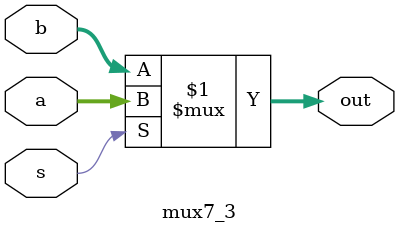
<source format=sv>
module mux7_3(input s, input [6:0] a, input [6:0] b, output [6:0] out);
  assign out = s ? a : b;
endmodule

</source>
